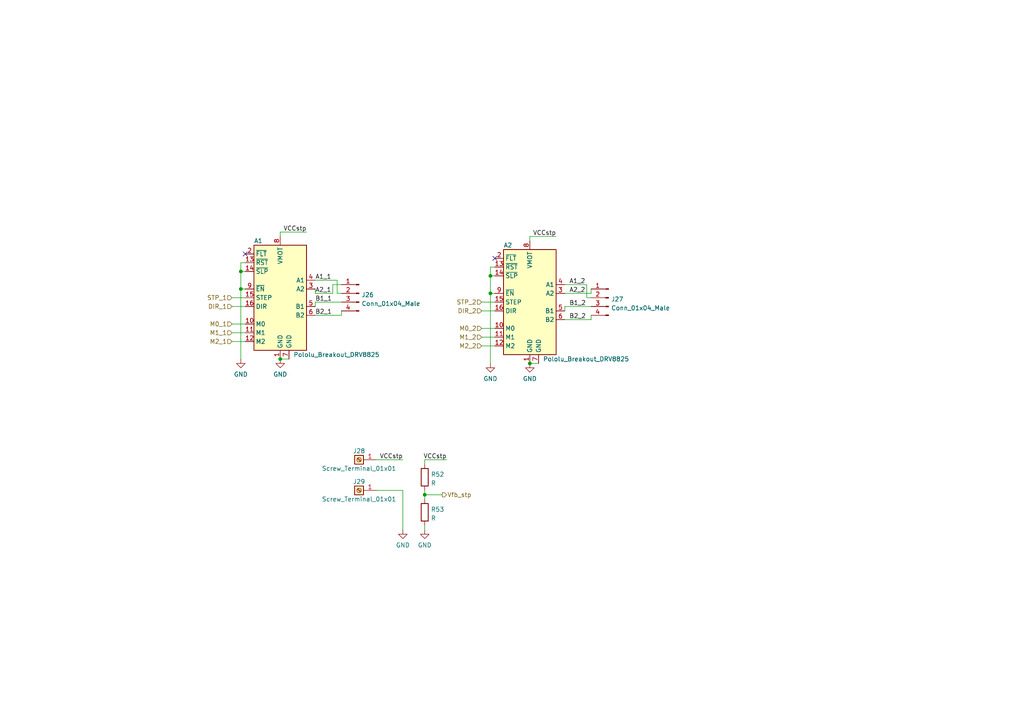
<source format=kicad_sch>
(kicad_sch (version 20211123) (generator eeschema)
  (paper "A4")
  (lib_symbols
    (symbol "Connector:Conn_01x04_Male" (pin_names (offset 1.016) hide)
      (property "Reference" "J" (at 0 5.08 0))
      (property "Value" "Conn_01x04_Male" (at 0 -7.62 0))
      (symbol "Conn_01x04_Male_1_1"
        (polyline (pts (xy 1.27 -5.08) (xy 0.8636 -5.08)) (stroke (width 0.1524)))
        (polyline (pts (xy 1.27 -2.54) (xy 0.8636 -2.54)) (stroke (width 0.1524)))
        (polyline (pts (xy 1.27 0) (xy 0.8636 0)) (stroke (width 0.1524)))
        (polyline (pts (xy 1.27 2.54) (xy 0.8636 2.54)) (stroke (width 0.1524)))
        (rectangle (start 0.8636 -4.953) (end 0 -5.207) (stroke (width 0.1524)) (fill (type outline)))
        (rectangle (start 0.8636 -2.413) (end 0 -2.667) (stroke (width 0.1524)) (fill (type outline)))
        (rectangle (start 0.8636 0.127) (end 0 -0.127) (stroke (width 0.1524)) (fill (type outline)))
        (rectangle (start 0.8636 2.667) (end 0 2.413) (stroke (width 0.1524)) (fill (type outline)))
        (pin passive line (at 5.08 2.54 180) (length 3.81) (name "Pin_1") (number "1"))
        (pin passive line (at 5.08 0 180) (length 3.81) (name "Pin_2") (number "2"))
        (pin passive line (at 5.08 -2.54 180) (length 3.81) (name "Pin_3") (number "3"))
        (pin passive line (at 5.08 -5.08 180) (length 3.81) (name "Pin_4") (number "4"))
      )
    )
    (symbol "Connector:Screw_Terminal_01x01" (pin_names (offset 1.016) hide)
      (property "Reference" "J" (at 0 2.54 0))
      (property "Value" "Screw_Terminal_01x01" (at 0 -2.54 0))
      (symbol "Screw_Terminal_01x01_1_1"
        (rectangle (start -1.27 1.27) (end 1.27 -1.27) (stroke (width 0.254)) (fill (type background)))
        (polyline (pts (xy -0.5334 0.3302) (xy 0.3302 -0.508)) (stroke (width 0.1524)))
        (polyline (pts (xy -0.3556 0.508) (xy 0.508 -0.3302)) (stroke (width 0.1524)))
        (circle (center 0 0) (radius 0.635) (stroke (width 0.1524)))
        (pin passive line (at -5.08 0 0) (length 3.81) (name "Pin_1") (number "1"))
      )
    )
    (symbol "Device:R" (pin_numbers hide) (pin_names (offset 0))
      (property "Reference" "R" (at 2.032 0 90))
      (property "Value" "R" (at 0 0 90))
      (symbol "R_0_1"
        (rectangle (start -1.016 -2.54) (end 1.016 2.54) (stroke (width 0.254)))
      )
      (symbol "R_1_1"
        (pin passive line (at 0 3.81 270) (length 1.27) (name "~") (number "1"))
        (pin passive line (at 0 -3.81 90) (length 1.27) (name "~") (number "2"))
      )
    )
    (symbol "Driver_Motor:Pololu_Breakout_DRV8825"
      (property "Reference" "A" (at -2.54 16.51 0))
      (property "Value" "Pololu_Breakout_DRV8825" (at -2.54 13.97 0))
      (symbol "Pololu_Breakout_DRV8825_0_1"
        (rectangle (start 7.62 -17.78) (end -7.62 12.7) (stroke (width 0.254)) (fill (type background)))
      )
      (symbol "Pololu_Breakout_DRV8825_1_1"
        (pin power_in line (at 0 -20.32 90) (length 2.54) (name "GND") (number "1"))
        (pin input line (at -10.16 -10.16 0) (length 2.54) (name "M0") (number "10"))
        (pin input line (at -10.16 -12.7 0) (length 2.54) (name "M1") (number "11"))
        (pin input line (at -10.16 -15.24 0) (length 2.54) (name "M2") (number "12"))
        (pin input line (at -10.16 7.62 0) (length 2.54) (name "~{RST}") (number "13"))
        (pin input line (at -10.16 5.08 0) (length 2.54) (name "~{SLP}") (number "14"))
        (pin input line (at -10.16 -2.54 0) (length 2.54) (name "STEP") (number "15"))
        (pin input line (at -10.16 -5.08 0) (length 2.54) (name "DIR") (number "16"))
        (pin output line (at -10.16 10.16 0) (length 2.54) (name "~{FLT}") (number "2"))
        (pin output line (at 10.16 0 180) (length 2.54) (name "A2") (number "3"))
        (pin output line (at 10.16 2.54 180) (length 2.54) (name "A1") (number "4"))
        (pin output line (at 10.16 -5.08 180) (length 2.54) (name "B1") (number "5"))
        (pin output line (at 10.16 -7.62 180) (length 2.54) (name "B2") (number "6"))
        (pin power_in line (at 2.54 -20.32 90) (length 2.54) (name "GND") (number "7"))
        (pin power_in line (at 0 15.24 270) (length 2.54) (name "VMOT") (number "8"))
        (pin input line (at -10.16 0 0) (length 2.54) (name "~{EN}") (number "9"))
      )
    )
    (symbol "power:GND" (power) (pin_names (offset 0))
      (property "Value" "GND" (at 0 -3.81 0))
      (symbol "GND_0_1"
        (polyline (pts (xy 0 0) (xy 0 -1.27) (xy 1.27 -1.27) (xy 0 -2.54) (xy -1.27 -1.27) (xy 0 -1.27)))
      )
      (symbol "GND_1_1"
        (pin power_in line (at 0 0 270) (length 0) hide (name "GND") (number "1"))
      )
    )
  )
  (junction (at 142.24 85.09))
  (junction (at 142.24 80.01))
  (junction (at 69.85 78.74))
  (junction (at 153.67 105.41))
  (junction (at 123.19 143.51))
  (junction (at 81.28 104.14))
  (junction (at 69.85 83.82))
  (no_connect (at 143.51 74.93))
  (no_connect (at 71.12 73.66))
  (wire (pts (xy 69.85 76.2) (xy 71.12 76.2)))
  (wire (pts (xy 142.24 105.41) (xy 142.24 85.09)))
  (wire (pts (xy 139.7 87.63) (xy 143.51 87.63)))
  (wire (pts (xy 97.79 81.28) (xy 97.79 85.09)))
  (wire (pts (xy 96.52 85.09) (xy 96.52 82.55)))
  (wire (pts (xy 139.7 97.79) (xy 143.51 97.79)))
  (wire (pts (xy 97.79 81.28) (xy 91.44 81.28)))
  (wire (pts (xy 153.67 105.41) (xy 156.21 105.41)))
  (wire (pts (xy 67.31 99.06) (xy 71.12 99.06)))
  (wire (pts (xy 171.45 92.71) (xy 171.45 91.44)))
  (wire (pts (xy 97.79 85.09) (xy 99.06 85.09)))
  (wire (pts (xy 171.45 88.9) (xy 163.83 88.9)))
  (wire (pts (xy 67.31 86.36) (xy 71.12 86.36)))
  (wire (pts (xy 123.19 142.24) (xy 123.19 143.51)))
  (wire (pts (xy 109.22 133.35) (xy 116.84 133.35)))
  (wire (pts (xy 67.31 96.52) (xy 71.12 96.52)))
  (wire (pts (xy 69.85 104.14) (xy 69.85 83.82)))
  (wire (pts (xy 67.31 88.9) (xy 71.12 88.9)))
  (wire (pts (xy 142.24 80.01) (xy 143.51 80.01)))
  (wire (pts (xy 69.85 83.82) (xy 71.12 83.82)))
  (wire (pts (xy 139.7 100.33) (xy 143.51 100.33)))
  (wire (pts (xy 139.7 95.25) (xy 143.51 95.25)))
  (wire (pts (xy 109.22 142.24) (xy 116.84 142.24)))
  (wire (pts (xy 67.31 93.98) (xy 71.12 93.98)))
  (wire (pts (xy 96.52 82.55) (xy 99.06 82.55)))
  (wire (pts (xy 99.06 91.44) (xy 99.06 90.17)))
  (wire (pts (xy 88.9 67.31) (xy 81.28 67.31)))
  (wire (pts (xy 139.7 90.17) (xy 143.51 90.17)))
  (wire (pts (xy 163.83 92.71) (xy 171.45 92.71)))
  (wire (pts (xy 123.19 143.51) (xy 128.27 143.51)))
  (wire (pts (xy 142.24 80.01) (xy 142.24 77.47)))
  (wire (pts (xy 116.84 142.24) (xy 116.84 153.67)))
  (wire (pts (xy 123.19 143.51) (xy 123.19 144.78)))
  (wire (pts (xy 91.44 91.44) (xy 99.06 91.44)))
  (wire (pts (xy 99.06 87.63) (xy 91.44 87.63)))
  (wire (pts (xy 123.19 133.35) (xy 123.19 134.62)))
  (wire (pts (xy 91.44 85.09) (xy 96.52 85.09)))
  (wire (pts (xy 163.83 88.9) (xy 163.83 90.17)))
  (wire (pts (xy 69.85 78.74) (xy 71.12 78.74)))
  (wire (pts (xy 142.24 85.09) (xy 142.24 80.01)))
  (wire (pts (xy 81.28 104.14) (xy 83.82 104.14)))
  (wire (pts (xy 142.24 77.47) (xy 143.51 77.47)))
  (wire (pts (xy 170.18 86.36) (xy 171.45 86.36)))
  (wire (pts (xy 142.24 85.09) (xy 143.51 85.09)))
  (wire (pts (xy 163.83 82.55) (xy 170.18 82.55)))
  (wire (pts (xy 163.83 85.09) (xy 171.45 85.09)))
  (wire (pts (xy 123.19 153.67) (xy 123.19 152.4)))
  (wire (pts (xy 91.44 85.09) (xy 91.44 83.82)))
  (wire (pts (xy 81.28 67.31) (xy 81.28 68.58)))
  (wire (pts (xy 91.44 87.63) (xy 91.44 88.9)))
  (wire (pts (xy 69.85 83.82) (xy 69.85 78.74)))
  (wire (pts (xy 123.19 133.35) (xy 129.54 133.35)))
  (wire (pts (xy 170.18 82.55) (xy 170.18 86.36)))
  (wire (pts (xy 171.45 85.09) (xy 171.45 83.82)))
  (wire (pts (xy 153.67 68.58) (xy 153.67 69.85)))
  (wire (pts (xy 69.85 78.74) (xy 69.85 76.2)))
  (wire (pts (xy 161.29 68.58) (xy 153.67 68.58)))
  (label "VCCstp" (at 88.9 67.31 180))
  (label "B1_1" (at 91.44 87.63 0))
  (label "B2_2" (at 165.1 92.71 0))
  (label "VCCstp" (at 161.29 68.58 180))
  (label "B1_2" (at 165.1 88.9 0))
  (label "B2_1" (at 91.44 91.44 0))
  (label "A1_1" (at 91.44 81.28 0))
  (label "A2_1" (at 91.44 85.09 0))
  (label "VCCstp" (at 129.54 133.35 180))
  (label "VCCstp" (at 116.84 133.35 180))
  (label "A2_2" (at 165.1 85.09 0))
  (label "A1_2" (at 165.1 82.55 0))
  (hierarchical_label "M2_2" (shape input) (at 139.7 100.33 180))
  (hierarchical_label "STP_1" (shape input) (at 67.31 86.36 180))
  (hierarchical_label "M1_1" (shape input) (at 67.31 96.52 180))
  (hierarchical_label "M1_2" (shape input) (at 139.7 97.79 180))
  (hierarchical_label "Vfb_stp" (shape output) (at 128.27 143.51 0))
  (hierarchical_label "DIR_2" (shape input) (at 139.7 90.17 180))
  (hierarchical_label "STP_2" (shape input) (at 139.7 87.63 180))
  (hierarchical_label "M0_1" (shape input) (at 67.31 93.98 180))
  (hierarchical_label "DIR_1" (shape input) (at 67.31 88.9 180))
  (hierarchical_label "M2_1" (shape input) (at 67.31 99.06 180))
  (hierarchical_label "M0_2" (shape input) (at 139.7 95.25 180))
  (symbol (lib_id "power:GND") (at 142.24 105.41 0) (unit 1)
    (property "Reference" "#PWR0176" (effects hide))
    (property "Value" "GND" (at 142.24 109.8534 0))
  )
  (symbol (lib_id "Connector:Screw_Terminal_01x01") (at 104.14 142.24 180) (unit 1)
    (property "Reference" "J29" (at 104.14 139.7 0))
    (property "Value" "Screw_Terminal_01x01" (at 104.14 144.78 0))
    (property "Footprint" "MASA_footprint:ScrewTerminal_1x01_5x7mm" (effects hide))
  )
  (symbol (lib_id "Driver_Motor:Pololu_Breakout_DRV8825") (at 81.28 83.82 0) (unit 1)
    (property "Reference" "A1" (at 73.66 69.85 0) (effects (justify left)))
    (property "Value" "Pololu_Breakout_DRV8825" (at 85.09 102.87 0) (effects (justify left)))
    (property "Footprint" "Module:Pololu_Breakout-16_15.2x20.3mm" (effects hide))
    (property "Datasheet" "https://www.pololu.com/product/2982" (effects hide))
  )
  (symbol (lib_id "Device:R") (at 123.19 148.59 0) (unit 1)
    (property "Reference" "R53" (at 124.968 147.7553 0) (effects (justify left)))
    (property "Value" "R" (at 124.968 150.2922 0) (effects (justify left)))
    (property "Footprint" "Resistor_SMD:R_0805_2012Metric_Pad1.20x1.40mm_HandSolder" (effects hide))
  )
  (symbol (lib_id "Device:R") (at 123.19 138.43 0) (unit 1)
    (property "Reference" "R52" (at 124.968 137.5953 0) (effects (justify left)))
    (property "Value" "R" (at 124.968 140.1322 0) (effects (justify left)))
    (property "Footprint" "Resistor_SMD:R_0805_2012Metric_Pad1.20x1.40mm_HandSolder" (effects hide))
  )
  (symbol (lib_id "power:GND") (at 153.67 105.41 0) (unit 1)
    (property "Reference" "#PWR0177" (effects hide))
    (property "Value" "GND" (at 153.67 109.8534 0))
  )
  (symbol (lib_id "Connector:Conn_01x04_Male") (at 104.14 85.09 0) (mirror y) (unit 1)
    (property "Reference" "J26" (at 104.8512 85.5253 0) (effects (justify right)))
    (property "Value" "Conn_01x04_Male" (at 104.8512 88.0622 0) (effects (justify right)))
    (property "Footprint" "Connector_PinHeader_2.54mm:PinHeader_1x04_P2.54mm_Vertical" (effects hide))
  )
  (symbol (lib_id "power:GND") (at 69.85 104.14 0) (unit 1)
    (property "Reference" "#PWR0174" (effects hide))
    (property "Value" "GND" (at 69.85 108.5834 0))
  )
  (symbol (lib_id "Connector:Screw_Terminal_01x01") (at 104.14 133.35 180) (unit 1)
    (property "Reference" "J28" (at 104.14 130.81 0))
    (property "Value" "Screw_Terminal_01x01" (at 104.14 135.89 0))
    (property "Footprint" "MASA_footprint:ScrewTerminal_1x01_5x7mm" (effects hide))
  )
  (symbol (lib_id "Connector:Conn_01x04_Male") (at 176.53 86.36 0) (mirror y) (unit 1)
    (property "Reference" "J27" (at 177.2412 86.7953 0) (effects (justify right)))
    (property "Value" "Conn_01x04_Male" (at 177.2412 89.3322 0) (effects (justify right)))
    (property "Footprint" "Connector_PinHeader_2.54mm:PinHeader_1x04_P2.54mm_Vertical" (effects hide))
  )
  (symbol (lib_id "power:GND") (at 123.19 153.67 0) (unit 1)
    (property "Reference" "#PWR0179" (effects hide))
    (property "Value" "GND" (at 123.19 158.1134 0))
  )
  (symbol (lib_id "Driver_Motor:Pololu_Breakout_DRV8825") (at 153.67 85.09 0) (unit 1)
    (property "Reference" "A2" (at 146.05 71.12 0) (effects (justify left)))
    (property "Value" "Pololu_Breakout_DRV8825" (at 157.48 104.14 0) (effects (justify left)))
    (property "Footprint" "Module:Pololu_Breakout-16_15.2x20.3mm" (effects hide))
    (property "Datasheet" "https://www.pololu.com/product/2982" (effects hide))
  )
  (symbol (lib_id "power:GND") (at 116.84 153.67 0) (unit 1)
    (property "Reference" "#PWR0178" (effects hide))
    (property "Value" "GND" (at 116.84 158.1134 0))
  )
  (symbol (lib_id "power:GND") (at 81.28 104.14 0) (unit 1)
    (property "Reference" "#PWR0175" (effects hide))
    (property "Value" "GND" (at 81.28 108.5834 0))
  )
)
</source>
